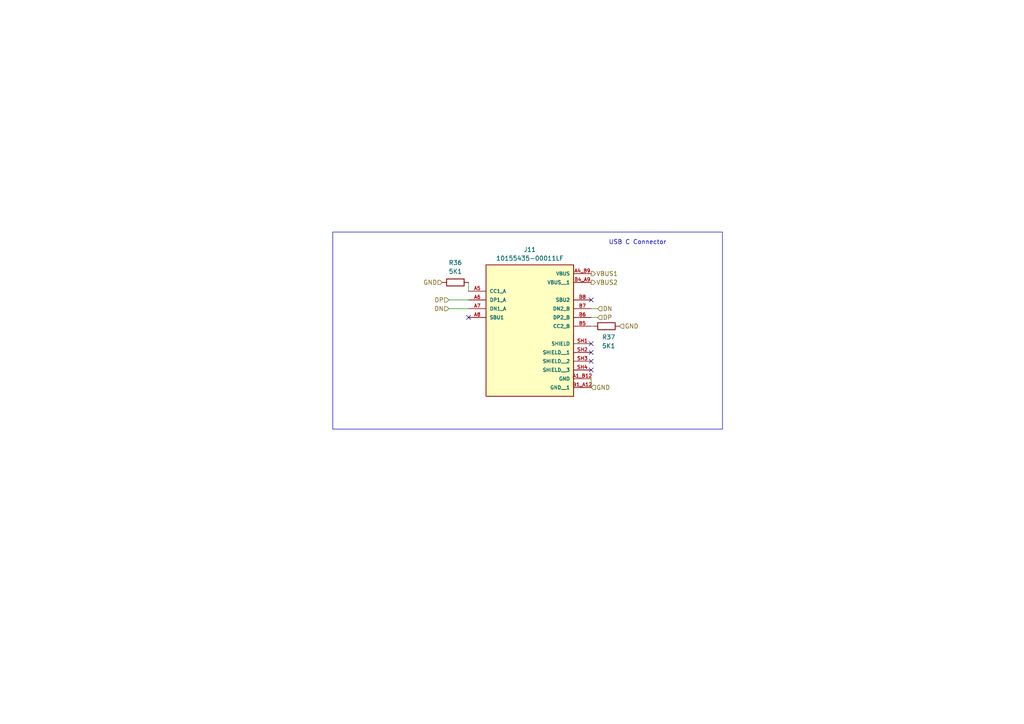
<source format=kicad_sch>
(kicad_sch (version 20250114) (generator "eeschema") (generator_version "9.0")
  (paper "A4")
  (lib_symbols
    (symbol "Common:10155435-00011LF" (pin_names (offset 1.016))
      (property "Reference" "J" (at -12.7 13.462 0))
      (property "Value" "10155435-00011LF" (at -12.7 -26.162 0))
      (symbol "10155435-00011LF_0_0"
        (rectangle (start -12.7 -25.4) (end 12.7 12.7) (stroke (width 0.254)) (fill (type background)))
        (pin bidirectional line (at -17.78 5.08 0) (length 5.08) (name "CC1_A") (number "A5"))
        (pin bidirectional line (at -17.78 2.54 0) (length 5.08) (name "DP1_A") (number "A6"))
        (pin bidirectional line (at -17.78 0 0) (length 5.08) (name "DN1_A") (number "A7"))
        (pin bidirectional line (at -17.78 -2.54 0) (length 5.08) (name "SBU1") (number "A8"))
        (pin power_in line (at 17.78 10.16 180) (length 5.08) (name "VBUS") (number "A4_B9"))
        (pin power_in line (at 17.78 7.62 180) (length 5.08) (name "VBUS__1") (number "B4_A9"))
        (pin bidirectional line (at 17.78 2.54 180) (length 5.08) (name "SBU2") (number "B8"))
        (pin bidirectional line (at 17.78 0 180) (length 5.08) (name "DN2_B") (number "B7"))
        (pin bidirectional line (at 17.78 -2.54 180) (length 5.08) (name "DP2_B") (number "B6"))
        (pin bidirectional line (at 17.78 -5.08 180) (length 5.08) (name "CC2_B") (number "B5"))
        (pin passive line (at 17.78 -10.16 180) (length 5.08) (name "SHIELD") (number "SH1"))
        (pin passive line (at 17.78 -12.7 180) (length 5.08) (name "SHIELD__1") (number "SH2"))
        (pin passive line (at 17.78 -15.24 180) (length 5.08) (name "SHIELD__2") (number "SH3"))
        (pin passive line (at 17.78 -17.78 180) (length 5.08) (name "SHIELD__3") (number "SH4"))
        (pin power_in line (at 17.78 -20.32 180) (length 5.08) (name "GND") (number "A1_B12"))
        (pin power_in line (at 17.78 -22.86 180) (length 5.08) (name "GND__1") (number "B1_A12"))
      )
    )
    (symbol "Device:R" (pin_numbers (hide yes)) (pin_names (offset 0))
      (property "Reference" "R" (at 2.032 0 90))
      (property "Value" "R" (at 0 0 90))
      (symbol "R_0_1"
        (rectangle (start -1.016 -2.54) (end 1.016 2.54) (stroke (width 0.254)))
      )
      (symbol "R_1_1"
        (pin passive line (at 0 3.81 270) (length 1.27) (name "~") (number "1"))
        (pin passive line (at 0 -3.81 90) (length 1.27) (name "~") (number "2"))
      )
    )
  )
  (rectangle (start 96.52 67.31) (end 209.55 124.46))
  (text "USB C Connector" (at 176.53 71.12 0) (effects (font (size 1.27 1.27)) (justify left bottom)))
  (no_connect (at 171.45 86.995))
  (no_connect (at 171.45 102.235))
  (no_connect (at 171.45 107.315))
  (no_connect (at 171.45 99.695))
  (no_connect (at 135.89 92.075))
  (no_connect (at 171.45 104.775))
  (wire (pts (xy 173.355 92.075) (xy 171.45 92.075)))
  (wire (pts (xy 173.355 89.535) (xy 171.45 89.535)))
  (wire (pts (xy 130.175 89.535) (xy 135.89 89.535)))
  (wire (pts (xy 130.175 86.995) (xy 135.89 86.995)))
  (wire (pts (xy 135.89 81.915) (xy 135.89 84.455)))
  (wire (pts (xy 171.45 109.855) (xy 171.45 112.395)))
  (wire (pts (xy 172.085 94.615) (xy 171.45 94.615)))
  (hierarchical_label "DN" (shape input) (at 173.355 89.535 0))
  (hierarchical_label "DP" (shape input) (at 173.355 92.075 0))
  (hierarchical_label "VBUS1" (shape output) (at 171.45 79.375 0))
  (hierarchical_label "DN" (shape input) (at 130.175 89.535 180))
  (hierarchical_label "GND" (shape input) (at 128.27 81.915 180))
  (hierarchical_label "GND" (shape input) (at 171.45 112.395 0))
  (hierarchical_label "VBUS2" (shape output) (at 171.45 81.915 0))
  (hierarchical_label "GND" (shape input) (at 179.705 94.615 0))
  (hierarchical_label "DP" (shape input) (at 130.175 86.995 180))
  (symbol (lib_id "Device:R") (at 175.895 94.615 270) (unit 1)
    (property "Reference" "R25" (at 176.53 97.79 90))
    (property "Value" "5K1" (at 176.53 100.33 90))
    (property "Footprint" "Resistor_SMD:R_0402_1005Metric_Pad0.72x0.64mm_HandSolder" (effects (hide yes)))
    (property "Datasheet" "https://www.yageo.com/upload/media/product/products/datasheet/rchip/PYu-RC_Group_51_RoHS_L_12.pdf" (effects (hide yes)))
    (property "Description" "Resistor" (effects (hide yes)))
    (property "Tolerance" "1" (effects (hide yes)))
    (property "Note" "USB" (effects (hide yes)))
    (property "Manufacturer" "YAGEO" (effects (hide yes)))
    (property "Part Number" "RC0402FR-075K1L" (effects (hide yes)))
    (instances (project "openlst-hw" (path "" (reference "R37") (unit 1))) (project "sci_board" (path "" (reference "R12") (unit 1))) (project "AVIONICS_BOARD" (path "" (reference "R25") (unit 1))))
  )
  (symbol (lib_id "Device:R") (at 132.08 81.915 90) (mirror x) (unit 1)
    (property "Reference" "R24" (at 132.08 76.2 90))
    (property "Value" "5K1" (at 132.08 78.74 90))
    (property "Footprint" "Resistor_SMD:R_0402_1005Metric_Pad0.72x0.64mm_HandSolder" (effects (hide yes)))
    (property "Datasheet" "https://www.yageo.com/upload/media/product/products/datasheet/rchip/PYu-RC_Group_51_RoHS_L_12.pdf" (effects (hide yes)))
    (property "Description" "Resistor" (effects (hide yes)))
    (property "Tolerance" "1" (effects (hide yes)))
    (property "Note" "USB" (effects (hide yes)))
    (property "Manufacturer" "YAGEO" (effects (hide yes)))
    (property "Part Number" "RC0402FR-075K1L" (effects (hide yes)))
    (instances (project "openlst-hw" (path "" (reference "R36") (unit 1))) (project "sci_board" (path "" (reference "R11") (unit 1))) (project "AVIONICS_BOARD" (path "" (reference "R24") (unit 1))))
  )
  (symbol (lib_id "Common:10155435-00011LF") (at 153.67 89.535 0) (unit 1)
    (property "Reference" "J9" (at 153.67 72.39 0))
    (property "Value" "10155435-00011LF" (at 153.67 74.93 0))
    (property "Footprint" "Common:AMPHENOL_10155435-00011LF" (effects (hide yes)))
    (property "Datasheet" "https://cdn.amphenol-cs.com/media/wysiwyg/files/documentation/datasheet/inputoutput/io_usb_type_c_connector_cable.pdf" (effects (hide yes)))
    (property "Description" "USB connector" (effects (hide yes)))
    (property "Manufacturer" "Amphenol" (effects (hide yes)))
    (property "Part Number" "10155435-00011LF" (effects (hide yes)))
    (instances (project "openlst-hw" (path "" (reference "J11") (unit 1))) (project "sci_board" (path "" (reference "J2") (unit 1))) (project "AVIONICS_BOARD" (path "" (reference "J9") (unit 1))))
  )
)
</source>
